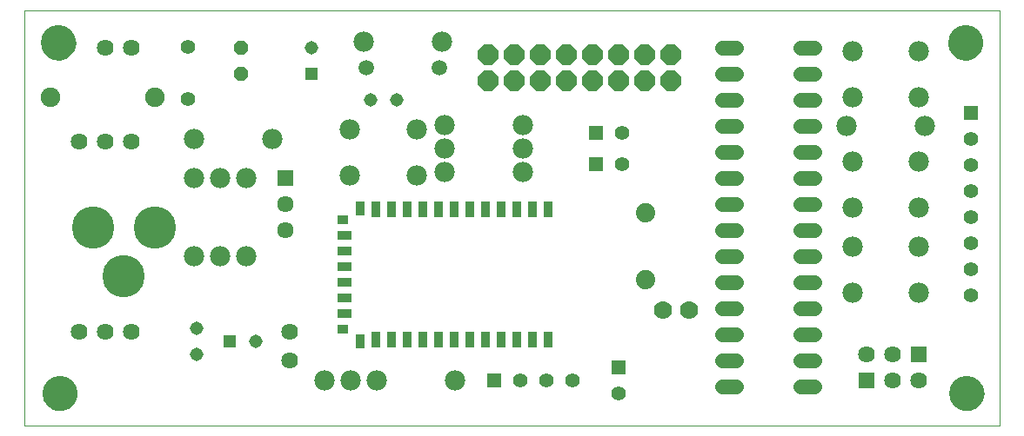
<source format=gts>
G75*
G70*
%OFA0B0*%
%FSLAX24Y24*%
%IPPOS*%
%LPD*%
%AMOC8*
5,1,8,0,0,1.08239X$1,22.5*
%
%ADD10C,0.0000*%
%ADD11R,0.0640X0.0640*%
%ADD12C,0.0640*%
%ADD13C,0.0560*%
%ADD14C,0.0780*%
%ADD15C,0.0516*%
%ADD16R,0.0516X0.0516*%
%ADD17OC8,0.0560*%
%ADD18R,0.0634X0.0634*%
%ADD19C,0.0634*%
%ADD20C,0.0555*%
%ADD21C,0.1620*%
%ADD22C,0.0749*%
%ADD23R,0.0360X0.0640*%
%ADD24R,0.0360X0.0540*%
%ADD25R,0.0440X0.0360*%
%ADD26R,0.0540X0.0360*%
%ADD27OC8,0.0780*%
%ADD28C,0.0700*%
%ADD29R,0.0555X0.0555*%
%ADD30C,0.0594*%
%ADD31C,0.1340*%
%ADD32C,0.0740*%
D10*
X000983Y000100D02*
X038353Y000100D01*
X038353Y016042D01*
X000983Y016042D01*
X000983Y000100D01*
X001683Y001342D02*
X001685Y001392D01*
X001691Y001442D01*
X001701Y001492D01*
X001714Y001540D01*
X001731Y001588D01*
X001752Y001634D01*
X001776Y001678D01*
X001804Y001720D01*
X001835Y001760D01*
X001869Y001797D01*
X001906Y001832D01*
X001945Y001863D01*
X001986Y001892D01*
X002030Y001917D01*
X002076Y001939D01*
X002123Y001957D01*
X002171Y001971D01*
X002220Y001982D01*
X002270Y001989D01*
X002320Y001992D01*
X002371Y001991D01*
X002421Y001986D01*
X002471Y001977D01*
X002519Y001965D01*
X002567Y001948D01*
X002613Y001928D01*
X002658Y001905D01*
X002701Y001878D01*
X002741Y001848D01*
X002779Y001815D01*
X002814Y001779D01*
X002847Y001740D01*
X002876Y001699D01*
X002902Y001656D01*
X002925Y001611D01*
X002944Y001564D01*
X002959Y001516D01*
X002971Y001467D01*
X002979Y001417D01*
X002983Y001367D01*
X002983Y001317D01*
X002979Y001267D01*
X002971Y001217D01*
X002959Y001168D01*
X002944Y001120D01*
X002925Y001073D01*
X002902Y001028D01*
X002876Y000985D01*
X002847Y000944D01*
X002814Y000905D01*
X002779Y000869D01*
X002741Y000836D01*
X002701Y000806D01*
X002658Y000779D01*
X002613Y000756D01*
X002567Y000736D01*
X002519Y000719D01*
X002471Y000707D01*
X002421Y000698D01*
X002371Y000693D01*
X002320Y000692D01*
X002270Y000695D01*
X002220Y000702D01*
X002171Y000713D01*
X002123Y000727D01*
X002076Y000745D01*
X002030Y000767D01*
X001986Y000792D01*
X001945Y000821D01*
X001906Y000852D01*
X001869Y000887D01*
X001835Y000924D01*
X001804Y000964D01*
X001776Y001006D01*
X001752Y001050D01*
X001731Y001096D01*
X001714Y001144D01*
X001701Y001192D01*
X001691Y001242D01*
X001685Y001292D01*
X001683Y001342D01*
X001633Y014792D02*
X001635Y014842D01*
X001641Y014892D01*
X001651Y014942D01*
X001664Y014990D01*
X001681Y015038D01*
X001702Y015084D01*
X001726Y015128D01*
X001754Y015170D01*
X001785Y015210D01*
X001819Y015247D01*
X001856Y015282D01*
X001895Y015313D01*
X001936Y015342D01*
X001980Y015367D01*
X002026Y015389D01*
X002073Y015407D01*
X002121Y015421D01*
X002170Y015432D01*
X002220Y015439D01*
X002270Y015442D01*
X002321Y015441D01*
X002371Y015436D01*
X002421Y015427D01*
X002469Y015415D01*
X002517Y015398D01*
X002563Y015378D01*
X002608Y015355D01*
X002651Y015328D01*
X002691Y015298D01*
X002729Y015265D01*
X002764Y015229D01*
X002797Y015190D01*
X002826Y015149D01*
X002852Y015106D01*
X002875Y015061D01*
X002894Y015014D01*
X002909Y014966D01*
X002921Y014917D01*
X002929Y014867D01*
X002933Y014817D01*
X002933Y014767D01*
X002929Y014717D01*
X002921Y014667D01*
X002909Y014618D01*
X002894Y014570D01*
X002875Y014523D01*
X002852Y014478D01*
X002826Y014435D01*
X002797Y014394D01*
X002764Y014355D01*
X002729Y014319D01*
X002691Y014286D01*
X002651Y014256D01*
X002608Y014229D01*
X002563Y014206D01*
X002517Y014186D01*
X002469Y014169D01*
X002421Y014157D01*
X002371Y014148D01*
X002321Y014143D01*
X002270Y014142D01*
X002220Y014145D01*
X002170Y014152D01*
X002121Y014163D01*
X002073Y014177D01*
X002026Y014195D01*
X001980Y014217D01*
X001936Y014242D01*
X001895Y014271D01*
X001856Y014302D01*
X001819Y014337D01*
X001785Y014374D01*
X001754Y014414D01*
X001726Y014456D01*
X001702Y014500D01*
X001681Y014546D01*
X001664Y014594D01*
X001651Y014642D01*
X001641Y014692D01*
X001635Y014742D01*
X001633Y014792D01*
X036383Y014792D02*
X036385Y014842D01*
X036391Y014892D01*
X036401Y014942D01*
X036414Y014990D01*
X036431Y015038D01*
X036452Y015084D01*
X036476Y015128D01*
X036504Y015170D01*
X036535Y015210D01*
X036569Y015247D01*
X036606Y015282D01*
X036645Y015313D01*
X036686Y015342D01*
X036730Y015367D01*
X036776Y015389D01*
X036823Y015407D01*
X036871Y015421D01*
X036920Y015432D01*
X036970Y015439D01*
X037020Y015442D01*
X037071Y015441D01*
X037121Y015436D01*
X037171Y015427D01*
X037219Y015415D01*
X037267Y015398D01*
X037313Y015378D01*
X037358Y015355D01*
X037401Y015328D01*
X037441Y015298D01*
X037479Y015265D01*
X037514Y015229D01*
X037547Y015190D01*
X037576Y015149D01*
X037602Y015106D01*
X037625Y015061D01*
X037644Y015014D01*
X037659Y014966D01*
X037671Y014917D01*
X037679Y014867D01*
X037683Y014817D01*
X037683Y014767D01*
X037679Y014717D01*
X037671Y014667D01*
X037659Y014618D01*
X037644Y014570D01*
X037625Y014523D01*
X037602Y014478D01*
X037576Y014435D01*
X037547Y014394D01*
X037514Y014355D01*
X037479Y014319D01*
X037441Y014286D01*
X037401Y014256D01*
X037358Y014229D01*
X037313Y014206D01*
X037267Y014186D01*
X037219Y014169D01*
X037171Y014157D01*
X037121Y014148D01*
X037071Y014143D01*
X037020Y014142D01*
X036970Y014145D01*
X036920Y014152D01*
X036871Y014163D01*
X036823Y014177D01*
X036776Y014195D01*
X036730Y014217D01*
X036686Y014242D01*
X036645Y014271D01*
X036606Y014302D01*
X036569Y014337D01*
X036535Y014374D01*
X036504Y014414D01*
X036476Y014456D01*
X036452Y014500D01*
X036431Y014546D01*
X036414Y014594D01*
X036401Y014642D01*
X036391Y014692D01*
X036385Y014742D01*
X036383Y014792D01*
X036433Y001342D02*
X036435Y001392D01*
X036441Y001442D01*
X036451Y001492D01*
X036464Y001540D01*
X036481Y001588D01*
X036502Y001634D01*
X036526Y001678D01*
X036554Y001720D01*
X036585Y001760D01*
X036619Y001797D01*
X036656Y001832D01*
X036695Y001863D01*
X036736Y001892D01*
X036780Y001917D01*
X036826Y001939D01*
X036873Y001957D01*
X036921Y001971D01*
X036970Y001982D01*
X037020Y001989D01*
X037070Y001992D01*
X037121Y001991D01*
X037171Y001986D01*
X037221Y001977D01*
X037269Y001965D01*
X037317Y001948D01*
X037363Y001928D01*
X037408Y001905D01*
X037451Y001878D01*
X037491Y001848D01*
X037529Y001815D01*
X037564Y001779D01*
X037597Y001740D01*
X037626Y001699D01*
X037652Y001656D01*
X037675Y001611D01*
X037694Y001564D01*
X037709Y001516D01*
X037721Y001467D01*
X037729Y001417D01*
X037733Y001367D01*
X037733Y001317D01*
X037729Y001267D01*
X037721Y001217D01*
X037709Y001168D01*
X037694Y001120D01*
X037675Y001073D01*
X037652Y001028D01*
X037626Y000985D01*
X037597Y000944D01*
X037564Y000905D01*
X037529Y000869D01*
X037491Y000836D01*
X037451Y000806D01*
X037408Y000779D01*
X037363Y000756D01*
X037317Y000736D01*
X037269Y000719D01*
X037221Y000707D01*
X037171Y000698D01*
X037121Y000693D01*
X037070Y000692D01*
X037020Y000695D01*
X036970Y000702D01*
X036921Y000713D01*
X036873Y000727D01*
X036826Y000745D01*
X036780Y000767D01*
X036736Y000792D01*
X036695Y000821D01*
X036656Y000852D01*
X036619Y000887D01*
X036585Y000924D01*
X036554Y000964D01*
X036526Y001006D01*
X036502Y001050D01*
X036481Y001096D01*
X036464Y001144D01*
X036451Y001192D01*
X036441Y001242D01*
X036435Y001292D01*
X036433Y001342D01*
D11*
X033233Y001842D03*
X035233Y002842D03*
D12*
X034233Y002842D03*
X033233Y002842D03*
X034233Y001842D03*
X035233Y001842D03*
X011133Y002592D03*
X011133Y003692D03*
X005083Y003692D03*
X004083Y003692D03*
X003083Y003692D03*
X003083Y010992D03*
X004083Y010992D03*
X005083Y010992D03*
X005083Y014592D03*
X004083Y014592D03*
D13*
X027723Y014592D02*
X028243Y014592D01*
X028243Y013592D02*
X027723Y013592D01*
X027723Y012592D02*
X028243Y012592D01*
X028243Y011592D02*
X027723Y011592D01*
X027723Y010592D02*
X028243Y010592D01*
X028243Y009592D02*
X027723Y009592D01*
X027723Y008592D02*
X028243Y008592D01*
X028243Y007592D02*
X027723Y007592D01*
X027723Y006592D02*
X028243Y006592D01*
X028243Y005592D02*
X027723Y005592D01*
X027723Y004592D02*
X028243Y004592D01*
X028243Y003592D02*
X027723Y003592D01*
X027723Y002592D02*
X028243Y002592D01*
X028243Y001592D02*
X027723Y001592D01*
X030723Y001592D02*
X031243Y001592D01*
X031243Y002592D02*
X030723Y002592D01*
X030723Y003592D02*
X031243Y003592D01*
X031243Y004592D02*
X030723Y004592D01*
X030723Y005592D02*
X031243Y005592D01*
X031243Y006592D02*
X030723Y006592D01*
X030723Y007592D02*
X031243Y007592D01*
X031243Y008592D02*
X030723Y008592D01*
X030723Y009592D02*
X031243Y009592D01*
X031243Y010592D02*
X030723Y010592D01*
X030723Y011592D02*
X031243Y011592D01*
X031243Y012592D02*
X030723Y012592D01*
X030723Y013592D02*
X031243Y013592D01*
X031243Y014592D02*
X030723Y014592D01*
D14*
X032703Y014482D03*
X035263Y014482D03*
X035263Y012702D03*
X035483Y011592D03*
X032703Y012702D03*
X032483Y011592D03*
X032703Y010232D03*
X035263Y010232D03*
X035263Y008452D03*
X032703Y008452D03*
X032703Y006982D03*
X035263Y006982D03*
X035263Y005202D03*
X032703Y005202D03*
X020083Y009842D03*
X020083Y010742D03*
X020083Y011642D03*
X017083Y011642D03*
X016013Y011482D03*
X017083Y010742D03*
X017083Y009842D03*
X016013Y009702D03*
X013453Y009702D03*
X010483Y011092D03*
X013453Y011482D03*
X009483Y009592D03*
X008483Y009592D03*
X007483Y009592D03*
X007483Y011092D03*
X013983Y014842D03*
X016983Y014842D03*
X009483Y006592D03*
X008483Y006592D03*
X007483Y006592D03*
X012483Y001842D03*
X013483Y001842D03*
X014483Y001842D03*
X017483Y001842D03*
D15*
X009833Y003342D03*
X007583Y002842D03*
X007583Y003842D03*
X014233Y012592D03*
X015233Y012592D03*
X011983Y014592D03*
D16*
X011983Y013592D03*
X008833Y003342D03*
D17*
X009283Y013592D03*
X009283Y014592D03*
D18*
X010983Y009592D03*
D19*
X010983Y008592D03*
X010983Y007592D03*
D20*
X007233Y012642D03*
X007233Y014642D03*
X023883Y011342D03*
X023883Y010142D03*
X037233Y010092D03*
X037233Y011092D03*
X037233Y009092D03*
X037233Y008092D03*
X037233Y007092D03*
X037233Y006092D03*
X037233Y005092D03*
X023733Y001342D03*
X021983Y001842D03*
X020983Y001842D03*
X019983Y001842D03*
D21*
X005977Y007692D03*
X003615Y007692D03*
X004796Y005842D03*
D22*
X005983Y012692D03*
X001983Y012692D03*
D23*
X014433Y008392D03*
X015033Y008392D03*
X015633Y008392D03*
X016233Y008392D03*
X016833Y008392D03*
X017433Y008392D03*
X018033Y008392D03*
X018633Y008392D03*
X019233Y008392D03*
X019833Y008392D03*
X020433Y008392D03*
X021033Y008392D03*
X021033Y003392D03*
X020433Y003392D03*
X019833Y003392D03*
X019233Y003392D03*
X018633Y003392D03*
X018033Y003392D03*
X017433Y003392D03*
X016833Y003392D03*
X016233Y003392D03*
X015633Y003392D03*
X015033Y003392D03*
X014433Y003392D03*
D24*
X013833Y003342D03*
X013833Y008442D03*
D25*
X013183Y007992D03*
X013183Y003792D03*
D26*
X013233Y004392D03*
X013233Y004992D03*
X013233Y005592D03*
X013233Y006192D03*
X013233Y006792D03*
X013233Y007392D03*
D27*
X018733Y013342D03*
X019733Y013342D03*
X020733Y013342D03*
X021733Y013342D03*
X022733Y013342D03*
X023733Y013342D03*
X024733Y013342D03*
X025733Y013342D03*
X025733Y014342D03*
X024733Y014342D03*
X023733Y014342D03*
X022733Y014342D03*
X021733Y014342D03*
X020733Y014342D03*
X019733Y014342D03*
X018733Y014342D03*
D28*
X025433Y004542D03*
X026433Y004542D03*
D29*
X023733Y002342D03*
X018983Y001842D03*
X022883Y010142D03*
X022883Y011342D03*
X037233Y012092D03*
D30*
X016883Y013842D03*
X014083Y013842D03*
D31*
X002283Y014792D03*
X002333Y001342D03*
X037033Y014792D03*
X037083Y001342D03*
D32*
X024783Y005713D03*
X024783Y008272D03*
M02*

</source>
